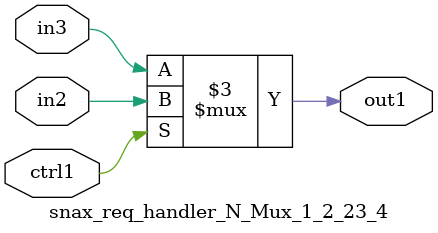
<source format=v>

`timescale 1ps / 1ps


module snax_req_handler_N_Mux_1_2_23_4( in3, in2, ctrl1, out1 );

    input in3;
    input in2;
    input ctrl1;
    output out1;
    reg out1;

    
    // rtl_process:snax_req_handler_N_Mux_1_2_23_4/snax_req_handler_N_Mux_1_2_23_4_thread_1
    always @*
      begin : snax_req_handler_N_Mux_1_2_23_4_thread_1
        case (ctrl1) 
          1'b1: 
            begin
              out1 = in2;
            end
          default: 
            begin
              out1 = in3;
            end
        endcase
      end

endmodule





</source>
